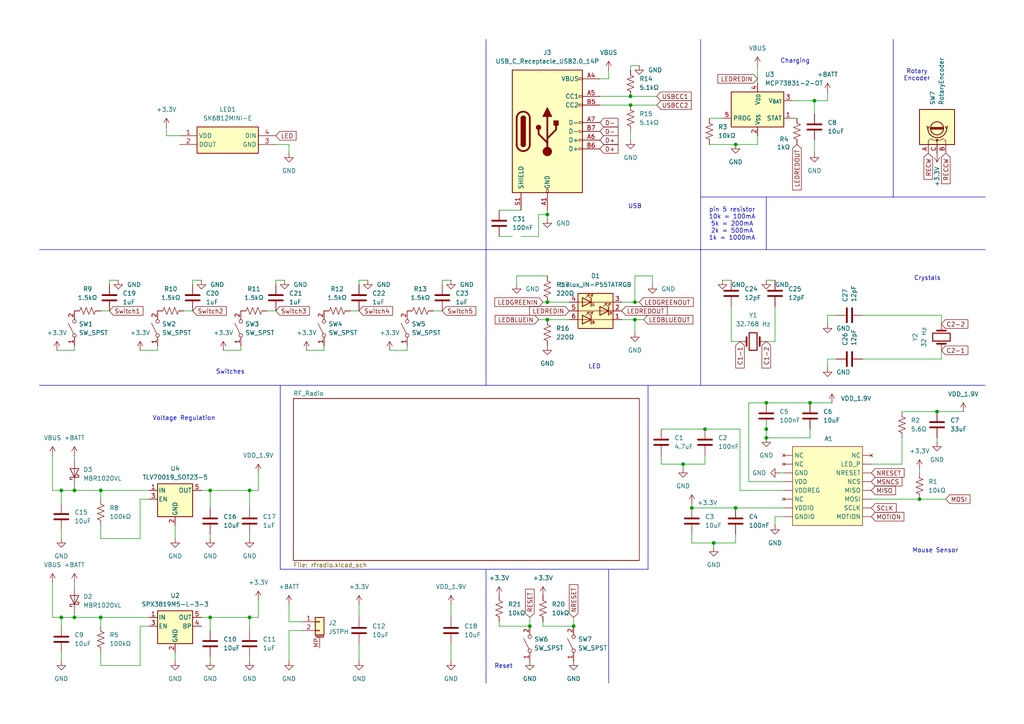
<source format=kicad_sch>
(kicad_sch (version 20250114) (generator "eeschema") (generator_version "9.0")
  (paper "A4")
  (title_block (title "beat") (rev "v1") (company "aerogull"))
  (text "Crystals" (at 268.986 80.772 0) (effects (font (size 1.27 1.27))))
  (text "Mouse Sensor" (at 271.272 159.766 0) (effects (font (size 1.27 1.27))))
  (text "LED" (at 172.466 106.426 0) (effects (font (size 1.27 1.27))))
  (text "Reset" (at 146.05 193.294 0) (effects (font (size 1.27 1.27))))
  (text "Voltage Regulation" (at 53.34 121.412 0) (effects (font (size 1.27 1.27))))
  (text "Charging" (at 230.632 17.78 0) (effects (font (size 1.27 1.27))))
  (text "Switches" (at 66.802 107.95 0) (effects (font (size 1.27 1.27))))
  (text "USB" (at 184.15 59.944 0) (effects (font (size 1.27 1.27))))
  (text "Rotary\nEncoder" (at 265.938 21.844 0) (effects (font (size 1.27 1.27))))
  (text "pin 5 resistor\n10k = 100mA\n5k = 200mA\n2k = 500mA\n1k = 1000mA" (at 212.344 65.024 0) (effects (font (size 1.27 1.27))))
  (junction (at 213.36 41.91))
  (junction (at 153.67 181.61))
  (junction (at 184.15 87.63))
  (junction (at 29.21 142.24))
  (junction (at 158.75 87.63))
  (junction (at 60.96 142.24))
  (junction (at 207.01 157.48))
  (junction (at 222.25 127))
  (junction (at 184.15 92.71))
  (junction (at 158.75 92.71))
  (junction (at 158.75 62.23))
  (junction (at 213.36 147.32))
  (junction (at 234.95 116.84))
  (junction (at 72.39 142.24))
  (junction (at 222.25 116.84))
  (junction (at 21.59 179.07))
  (junction (at 200.66 147.32))
  (junction (at 222.25 124.46))
  (junction (at 17.78 179.07))
  (junction (at 182.88 27.94))
  (junction (at 21.59 142.24))
  (junction (at 60.96 179.07))
  (junction (at 72.39 179.07))
  (junction (at 236.22 29.21))
  (junction (at 198.12 134.62))
  (junction (at 182.88 30.48))
  (junction (at 271.78 119.38))
  (junction (at 29.21 179.07))
  (junction (at 17.78 142.24))
  (junction (at 266.7 144.78))
  (junction (at 204.47 124.46))
  (junction (at 166.37 181.61))
  (wire (pts (xy 213.36 147.32) (xy 227.33 147.32)))
  (wire (pts (xy 104.14 81.28) (xy 104.14 82.55)))
  (wire (pts (xy 72.39 154.94) (xy 72.39 156.21)))
  (wire (pts (xy 156.21 62.23) (xy 158.75 62.23)))
  (wire (pts (xy 45.72 100.33) (xy 45.72 101.6)))
  (wire (pts (xy 16.51 101.6) (xy 21.59 101.6)))
  (wire (pts (xy 113.03 101.6) (xy 118.11 101.6)))
  (wire (pts (xy 101.6 90.17) (xy 104.14 90.17)))
  (wire (pts (xy 212.09 99.06) (xy 214.63 99.06)))
  (polyline (pts (xy 203.2 72.39) (xy 285.75 72.39)))
  (wire (pts (xy 191.77 124.46) (xy 204.47 124.46)))
  (wire (pts (xy 72.39 179.07) (xy 74.93 179.07)))
  (wire (pts (xy 29.21 142.24) (xy 29.21 144.78)))
  (wire (pts (xy 74.93 173.99) (xy 74.93 179.07)))
  (wire (pts (xy 273.05 104.14) (xy 273.05 101.6)))
  (wire (pts (xy 40.64 181.61) (xy 43.18 181.61)))
  (wire (pts (xy 227.33 139.7) (xy 217.17 139.7)))
  (wire (pts (xy 200.66 147.32) (xy 213.36 147.32)))
  (wire (pts (xy 80.01 81.28) (xy 80.01 82.55)))
  (wire (pts (xy 40.64 156.21) (xy 40.64 144.78)))
  (wire (pts (xy 69.85 100.33) (xy 69.85 101.6)))
  (wire (pts (xy 166.37 179.07) (xy 166.37 181.61)))
  (wire (pts (xy 180.34 87.63) (xy 184.15 87.63)))
  (wire (pts (xy 158.75 87.63) (xy 165.1 87.63)))
  (wire (pts (xy 60.96 179.07) (xy 60.96 182.88)))
  (wire (pts (xy 173.99 30.48) (xy 182.88 30.48)))
  (wire (pts (xy 21.59 179.07) (xy 29.21 179.07)))
  (wire (pts (xy 224.79 149.86) (xy 224.79 152.4)))
  (wire (pts (xy 200.66 157.48) (xy 207.01 157.48)))
  (polyline (pts (xy 203.2 11.43) (xy 203.2 72.39)))
  (wire (pts (xy 153.67 179.07) (xy 153.67 181.61)))
  (wire (pts (xy 125.73 90.17) (xy 128.27 90.17)))
  (polyline (pts (xy 203.2 72.39) (xy 203.2 111.76)))
  (wire (pts (xy 21.59 140.97) (xy 21.59 142.24)))
  (wire (pts (xy 149.86 80.01) (xy 158.75 80.01)))
  (wire (pts (xy 72.39 142.24) (xy 74.93 142.24)))
  (wire (pts (xy 58.42 179.07) (xy 60.96 179.07)))
  (wire (pts (xy 156.21 92.71) (xy 158.75 92.71)))
  (wire (pts (xy 271.78 119.38) (xy 279.4 119.38)))
  (wire (pts (xy 15.24 168.91) (xy 15.24 179.07)))
  (wire (pts (xy 242.57 91.44) (xy 240.03 91.44)))
  (wire (pts (xy 52.07 39.37) (xy 48.26 39.37)))
  (wire (pts (xy 60.96 142.24) (xy 72.39 142.24)))
  (polyline (pts (xy 140.97 11.43) (xy 140.97 72.39)))
  (wire (pts (xy 130.81 175.26) (xy 130.81 179.07)))
  (wire (pts (xy 83.82 41.91) (xy 83.82 44.45)))
  (wire (pts (xy 83.82 180.34) (xy 87.63 180.34)))
  (wire (pts (xy 118.11 100.33) (xy 118.11 101.6)))
  (wire (pts (xy 17.78 189.23) (xy 17.78 191.77)))
  (polyline (pts (xy 259.08 57.15) (xy 285.75 57.15)))
  (wire (pts (xy 21.59 177.8) (xy 21.59 179.07)))
  (wire (pts (xy 104.14 175.26) (xy 104.14 179.07)))
  (wire (pts (xy 271.78 127) (xy 271.78 128.27)))
  (wire (pts (xy 209.55 81.28) (xy 212.09 81.28)))
  (wire (pts (xy 29.21 142.24) (xy 43.18 142.24)))
  (wire (pts (xy 222.25 121.92) (xy 222.25 124.46)))
  (wire (pts (xy 29.21 90.17) (xy 31.75 90.17)))
  (wire (pts (xy 15.24 132.08) (xy 15.24 142.24)))
  (wire (pts (xy 58.42 142.24) (xy 60.96 142.24)))
  (wire (pts (xy 21.59 101.6) (xy 21.59 100.33)))
  (wire (pts (xy 77.47 90.17) (xy 80.01 90.17)))
  (wire (pts (xy 156.21 68.58) (xy 156.21 62.23)))
  (wire (pts (xy 219.71 19.05) (xy 219.71 24.13)))
  (wire (pts (xy 29.21 156.21) (xy 40.64 156.21)))
  (polyline (pts (xy 81.28 165.1) (xy 163.83 165.1)))
  (wire (pts (xy 158.75 60.96) (xy 158.75 62.23)))
  (wire (pts (xy 157.48 180.34) (xy 157.48 181.61)))
  (wire (pts (xy 17.78 179.07) (xy 17.78 181.61)))
  (wire (pts (xy 224.79 99.06) (xy 222.25 99.06)))
  (wire (pts (xy 21.59 142.24) (xy 29.21 142.24)))
  (wire (pts (xy 31.75 81.28) (xy 34.29 81.28)))
  (wire (pts (xy 17.78 142.24) (xy 21.59 142.24)))
  (wire (pts (xy 185.42 19.05) (xy 182.88 19.05)))
  (wire (pts (xy 158.75 62.23) (xy 158.75 63.5)))
  (wire (pts (xy 72.39 179.07) (xy 72.39 182.88)))
  (wire (pts (xy 240.03 104.14) (xy 240.03 106.68)))
  (wire (pts (xy 83.82 180.34) (xy 83.82 175.26)))
  (wire (pts (xy 29.21 179.07) (xy 43.18 179.07)))
  (wire (pts (xy 130.81 186.69) (xy 130.81 191.77)))
  (wire (pts (xy 158.75 92.71) (xy 165.1 92.71)))
  (wire (pts (xy 184.15 92.71) (xy 186.69 92.71)))
  (wire (pts (xy 222.25 127) (xy 234.95 127)))
  (wire (pts (xy 17.78 142.24) (xy 17.78 146.05)))
  (wire (pts (xy 88.9 101.6) (xy 93.98 101.6)))
  (polyline (pts (xy 222.25 57.15) (xy 222.25 72.39)))
  (wire (pts (xy 222.25 116.84) (xy 234.95 116.84)))
  (wire (pts (xy 106.68 81.28) (xy 104.14 81.28)))
  (wire (pts (xy 149.86 82.55) (xy 149.86 80.01)))
  (wire (pts (xy 222.25 124.46) (xy 222.25 127)))
  (wire (pts (xy 250.19 91.44) (xy 273.05 91.44)))
  (wire (pts (xy 58.42 81.28) (xy 55.88 81.28)))
  (wire (pts (xy 21.59 132.08) (xy 21.59 133.35)))
  (wire (pts (xy 40.64 144.78) (xy 43.18 144.78)))
  (wire (pts (xy 234.95 116.84) (xy 241.3 116.84)))
  (polyline (pts (xy 187.96 111.76) (xy 285.75 111.76)))
  (polyline (pts (xy 140.97 72.39) (xy 140.97 111.76)))
  (wire (pts (xy 144.78 60.96) (xy 151.13 60.96)))
  (wire (pts (xy 60.96 142.24) (xy 60.96 147.32)))
  (wire (pts (xy 50.8 152.4) (xy 50.8 156.21)))
  (polyline (pts (xy 187.96 165.1) (xy 187.96 111.76)))
  (polyline (pts (xy 140.97 198.12) (xy 140.97 165.1)))
  (wire (pts (xy 252.73 134.62) (xy 261.62 134.62)))
  (wire (pts (xy 227.33 149.86) (xy 224.79 149.86)))
  (wire (pts (xy 273.05 91.44) (xy 273.05 93.98)))
  (wire (pts (xy 17.78 179.07) (xy 21.59 179.07)))
  (wire (pts (xy 191.77 132.08) (xy 191.77 134.62)))
  (wire (pts (xy 182.88 19.05) (xy 182.88 20.32)))
  (wire (pts (xy 74.93 137.16) (xy 74.93 142.24)))
  (wire (pts (xy 173.99 27.94) (xy 182.88 27.94)))
  (wire (pts (xy 29.21 152.4) (xy 29.21 156.21)))
  (wire (pts (xy 213.36 154.94) (xy 213.36 157.48)))
  (polyline (pts (xy 176.53 165.1) (xy 176.53 198.12)))
  (wire (pts (xy 240.03 29.21) (xy 240.03 26.67)))
  (wire (pts (xy 184.15 87.63) (xy 185.42 87.63)))
  (wire (pts (xy 176.53 22.86) (xy 176.53 20.32)))
  (wire (pts (xy 240.03 91.44) (xy 240.03 93.98)))
  (wire (pts (xy 60.96 154.94) (xy 60.96 156.21)))
  (polyline (pts (xy 203.2 57.15) (xy 259.08 57.15)))
  (wire (pts (xy 53.34 90.17) (xy 55.88 90.17)))
  (wire (pts (xy 204.47 134.62) (xy 204.47 132.08)))
  (wire (pts (xy 217.17 139.7) (xy 217.17 116.84)))
  (wire (pts (xy 157.48 181.61) (xy 166.37 181.61)))
  (wire (pts (xy 191.77 134.62) (xy 198.12 134.62)))
  (wire (pts (xy 200.66 154.94) (xy 200.66 157.48)))
  (polyline (pts (xy 163.83 165.1) (xy 187.96 165.1)))
  (wire (pts (xy 236.22 40.64) (xy 236.22 44.45)))
  (wire (pts (xy 182.88 27.94) (xy 190.5 27.94)))
  (wire (pts (xy 144.78 180.34) (xy 144.78 181.61)))
  (wire (pts (xy 48.26 39.37) (xy 48.26 36.83)))
  (polyline (pts (xy 163.83 111.76) (xy 187.96 111.76)))
  (wire (pts (xy 83.82 182.88) (xy 87.63 182.88)))
  (wire (pts (xy 64.77 101.6) (xy 69.85 101.6)))
  (wire (pts (xy 72.39 190.5) (xy 72.39 191.77)))
  (wire (pts (xy 184.15 87.63) (xy 184.15 80.01)))
  (wire (pts (xy 128.27 81.28) (xy 128.27 82.55)))
  (wire (pts (xy 104.14 186.69) (xy 104.14 191.77)))
  (wire (pts (xy 151.13 68.58) (xy 156.21 68.58)))
  (polyline (pts (xy 11.43 72.39) (xy 140.97 72.39)))
  (wire (pts (xy 60.96 179.07) (xy 72.39 179.07)))
  (wire (pts (xy 236.22 29.21) (xy 240.03 29.21)))
  (wire (pts (xy 234.95 127) (xy 234.95 124.46)))
  (wire (pts (xy 219.71 41.91) (xy 213.36 41.91)))
  (wire (pts (xy 224.79 88.9) (xy 224.79 99.06)))
  (wire (pts (xy 144.78 181.61) (xy 153.67 181.61)))
  (wire (pts (xy 198.12 134.62) (xy 198.12 135.89)))
  (wire (pts (xy 31.75 81.28) (xy 31.75 82.55)))
  (wire (pts (xy 83.82 182.88) (xy 83.82 191.77)))
  (wire (pts (xy 226.06 137.16) (xy 227.33 137.16)))
  (wire (pts (xy 222.25 81.28) (xy 224.79 81.28)))
  (polyline (pts (xy 81.28 111.76) (xy 163.83 111.76)))
  (wire (pts (xy 214.63 124.46) (xy 204.47 124.46)))
  (wire (pts (xy 214.63 142.24) (xy 214.63 124.46)))
  (wire (pts (xy 29.21 179.07) (xy 29.21 181.61)))
  (wire (pts (xy 40.64 193.04) (xy 40.64 181.61)))
  (wire (pts (xy 261.62 119.38) (xy 271.78 119.38)))
  (wire (pts (xy 209.55 34.29) (xy 205.74 34.29)))
  (wire (pts (xy 213.36 41.91) (xy 205.74 41.91)))
  (polyline (pts (xy 140.97 72.39) (xy 203.2 72.39)))
  (wire (pts (xy 182.88 38.1) (xy 182.88 40.64)))
  (wire (pts (xy 227.33 142.24) (xy 214.63 142.24)))
  (wire (pts (xy 236.22 29.21) (xy 236.22 33.02)))
  (wire (pts (xy 82.55 81.28) (xy 80.01 81.28)))
  (wire (pts (xy 184.15 92.71) (xy 184.15 96.52)))
  (wire (pts (xy 182.88 30.48) (xy 190.5 30.48)))
  (wire (pts (xy 17.78 153.67) (xy 17.78 156.21)))
  (wire (pts (xy 250.19 104.14) (xy 273.05 104.14)))
  (wire (pts (xy 80.01 41.91) (xy 83.82 41.91)))
  (polyline (pts (xy 259.08 11.43) (xy 259.08 57.15)))
  (wire (pts (xy 40.64 101.6) (xy 45.72 101.6)))
  (wire (pts (xy 93.98 101.6) (xy 93.98 100.33)))
  (wire (pts (xy 144.78 68.58) (xy 148.59 68.58)))
  (wire (pts (xy 50.8 189.23) (xy 50.8 191.77)))
  (wire (pts (xy 184.15 80.01) (xy 189.23 80.01)))
  (wire (pts (xy 173.99 22.86) (xy 176.53 22.86)))
  (wire (pts (xy 180.34 92.71) (xy 184.15 92.71)))
  (wire (pts (xy 261.62 127) (xy 261.62 134.62)))
  (wire (pts (xy 231.14 34.29) (xy 229.87 34.29)))
  (wire (pts (xy 217.17 116.84) (xy 222.25 116.84)))
  (wire (pts (xy 60.96 190.5) (xy 60.96 191.77)))
  (wire (pts (xy 207.01 157.48) (xy 213.36 157.48)))
  (wire (pts (xy 29.21 189.23) (xy 29.21 193.04)))
  (wire (pts (xy 212.09 88.9) (xy 212.09 99.06)))
  (wire (pts (xy 189.23 80.01) (xy 189.23 82.55)))
  (wire (pts (xy 240.03 104.14) (xy 242.57 104.14)))
  (wire (pts (xy 198.12 134.62) (xy 204.47 134.62)))
  (wire (pts (xy 229.87 29.21) (xy 236.22 29.21)))
  (wire (pts (xy 207.01 157.48) (xy 207.01 158.75)))
  (polyline (pts (xy 81.28 111.76) (xy 81.28 165.1)))
  (wire (pts (xy 15.24 142.24) (xy 17.78 142.24)))
  (wire (pts (xy 266.7 144.78) (xy 274.32 144.78)))
  (wire (pts (xy 29.21 193.04) (xy 40.64 193.04)))
  (wire (pts (xy 219.71 39.37) (xy 219.71 41.91)))
  (polyline (pts (xy 11.43 111.76) (xy 81.28 111.76)))
  (wire (pts (xy 266.7 135.89) (xy 266.7 137.16)))
  (wire (pts (xy 21.59 170.18) (xy 21.59 168.91)))
  (wire (pts (xy 15.24 179.07) (xy 17.78 179.07)))
  (wire (pts (xy 55.88 81.28) (xy 55.88 82.55)))
  (wire (pts (xy 72.39 142.24) (xy 72.39 147.32)))
  (wire (pts (xy 157.48 87.63) (xy 158.75 87.63)))
  (wire (pts (xy 200.66 146.05) (xy 200.66 147.32)))
  (wire (pts (xy 252.73 144.78) (xy 266.7 144.78)))
  (wire (pts (xy 130.81 81.28) (xy 128.27 81.28)))
  (global_label "D-" (shape input) (at 173.99 38.1 0) (property "Intersheetrefs" "${INTERSHEET_REFS}" (effects (hide yes))))
  (global_label "LEDREDIN" (shape input) (at 219.71 22.86 180) (property "Intersheetrefs" "${INTERSHEET_REFS}" (effects (hide yes))))
  (global_label "LEDGREENIN" (shape input) (at 157.48 87.63 180) (property "Intersheetrefs" "${INTERSHEET_REFS}" (effects (hide yes))))
  (global_label "LEDREDOUT" (shape input) (at 180.34 90.17 0) (property "Intersheetrefs" "${INTERSHEET_REFS}" (effects (hide yes))))
  (global_label "D+" (shape input) (at 173.99 40.64 0) (property "Intersheetrefs" "${INTERSHEET_REFS}" (effects (hide yes))))
  (global_label "C1-1" (shape input) (at 214.63 99.06 270) (property "Intersheetrefs" "${INTERSHEET_REFS}" (effects (hide yes))))
  (global_label "LEDREDOUT" (shape input) (at 231.14 41.91 270) (property "Intersheetrefs" "${INTERSHEET_REFS}" (effects (hide yes))))
  (global_label "Switch4" (shape input) (at 104.14 90.17 0) (property "Intersheetrefs" "${INTERSHEET_REFS}" (effects (hide yes))))
  (global_label "NRESET" (shape input) (at 166.37 179.07 90) (property "Intersheetrefs" "${INTERSHEET_REFS}" (effects (hide yes))))
  (global_label "Switch2" (shape input) (at 55.88 90.17 0) (property "Intersheetrefs" "${INTERSHEET_REFS}" (effects (hide yes))))
  (global_label "NRESET" (shape input) (at 252.73 137.16 0) (property "Intersheetrefs" "${INTERSHEET_REFS}" (effects (hide yes))))
  (global_label "D+" (shape input) (at 173.99 43.18 0) (property "Intersheetrefs" "${INTERSHEET_REFS}" (effects (hide yes))))
  (global_label "Switch1" (shape input) (at 31.75 90.17 0) (property "Intersheetrefs" "${INTERSHEET_REFS}" (effects (hide yes))))
  (global_label "C2-2" (shape input) (at 273.05 93.98 0) (property "Intersheetrefs" "${INTERSHEET_REFS}" (effects (hide yes))))
  (global_label "MOTION" (shape input) (at 252.73 149.86 0) (property "Intersheetrefs" "${INTERSHEET_REFS}" (effects (hide yes))))
  (global_label "C1-2" (shape input) (at 222.25 99.06 270) (property "Intersheetrefs" "${INTERSHEET_REFS}" (effects (hide yes))))
  (global_label "MSNCS" (shape input) (at 252.73 139.7 0) (property "Intersheetrefs" "${INTERSHEET_REFS}" (effects (hide yes))))
  (global_label "USBCC1" (shape input) (at 190.5 27.94 0) (property "Intersheetrefs" "${INTERSHEET_REFS}" (effects (hide yes))))
  (global_label "RECW" (shape input) (at 269.24 44.45 270) (property "Intersheetrefs" "${INTERSHEET_REFS}" (effects (hide yes))))
  (global_label "MISO" (shape input) (at 252.73 142.24 0) (property "Intersheetrefs" "${INTERSHEET_REFS}" (effects (hide yes))))
  (global_label "MOSI" (shape input) (at 274.32 144.78 0) (property "Intersheetrefs" "${INTERSHEET_REFS}" (effects (hide yes))))
  (global_label "LEDBLUEIN" (shape input) (at 156.21 92.71 180) (property "Intersheetrefs" "${INTERSHEET_REFS}" (effects (hide yes))))
  (global_label "SCLK" (shape input) (at 252.73 147.32 0) (property "Intersheetrefs" "${INTERSHEET_REFS}" (effects (hide yes))))
  (global_label "C2-1" (shape input) (at 273.05 101.6 0) (property "Intersheetrefs" "${INTERSHEET_REFS}" (effects (hide yes))))
  (global_label "LEDGREENOUT" (shape input) (at 185.42 87.63 0) (property "Intersheetrefs" "${INTERSHEET_REFS}" (effects (hide yes))))
  (global_label "LED" (shape input) (at 80.01 39.37 0) (property "Intersheetrefs" "${INTERSHEET_REFS}" (effects (hide yes))))
  (global_label "LEDBLUEOUT" (shape input) (at 186.69 92.71 0) (property "Intersheetrefs" "${INTERSHEET_REFS}" (effects (hide yes))))
  (global_label "LEDREDIN" (shape input) (at 165.1 90.17 180) (property "Intersheetrefs" "${INTERSHEET_REFS}" (effects (hide yes))))
  (global_label "USBCC2" (shape input) (at 190.5 30.48 0) (property "Intersheetrefs" "${INTERSHEET_REFS}" (effects (hide yes))))
  (global_label "D-" (shape input) (at 173.99 35.56 0) (property "Intersheetrefs" "${INTERSHEET_REFS}" (effects (hide yes))))
  (global_label "RECCW" (shape input) (at 274.32 44.45 270) (property "Intersheetrefs" "${INTERSHEET_REFS}" (effects (hide yes))))
  (global_label "Switch5" (shape input) (at 128.27 90.17 0) (property "Intersheetrefs" "${INTERSHEET_REFS}" (effects (hide yes))))
  (global_label "Switch3" (shape input) (at 80.01 90.17 0) (property "Intersheetrefs" "${INTERSHEET_REFS}" (effects (hide yes))))
  (global_label "RESET" (shape input) (at 153.67 179.07 90) (property "Intersheetrefs" "${INTERSHEET_REFS}" (effects (hide yes))))
  (symbol (lib_id "power:+BATT") (at 21.59 132.08 0) (unit 1)
    (property "Reference" "#PWR037" (effects (hide yes)))
    (property "Value" "+BATT" (at 21.59 127 0))
    (property "Description" "Power symbol creates a global label with name \"+BATT\"" (effects (hide yes)))
  )
  (symbol (lib_id "Connector_Generic_MountingPin:Conn_01x02_MountingPin") (at 92.71 180.34 0) (unit 1)
    (property "Reference" "J2" (at 95.25 180.6955 0) (effects (justify left)))
    (property "Value" "JSTPH" (at 95.25 183.2355 0) (effects (justify left)))
    (property "Description" "Generic connectable mounting pin connector, single row, 01x02, script generated (kicad-library-utils/schlib/autogen/connector/)" (effects (hide yes)))
  )
  (symbol (lib_id "Device:R_US") (at 121.92 90.17 90) (unit 1)
    (property "Reference" "R13" (at 121.92 83.82 90))
    (property "Value" "1.5kΩ" (at 121.92 86.36 90))
    (property "Description" "Resistor, US symbol" (effects (hide yes)))
  )
  (symbol (lib_id "power:GND") (at 182.88 40.64 0) (unit 1)
    (property "Reference" "#PWR057" (effects (hide yes)))
    (property "Value" "GND" (at 182.88 45.72 0))
    (property "Description" "Power symbol creates a global label with name \"GND\" , ground" (effects (hide yes)))
  )
  (symbol (lib_id "power:GND") (at 60.96 156.21 0) (unit 1)
    (property "Reference" "#PWR038" (effects (hide yes)))
    (property "Value" "GND" (at 60.96 161.29 0))
    (property "Description" "Power symbol creates a global label with name \"GND\" , ground" (effects (hide yes)))
  )
  (symbol (lib_id "Device:C") (at 72.39 151.13 0) (unit 1)
    (property "Reference" "C17" (at 76.2 149.8599 0) (effects (justify left)))
    (property "Value" "1uF" (at 76.2 152.3999 0) (effects (justify left)))
    (property "Description" "Unpolarized capacitor" (effects (hide yes)))
  )
  (symbol (lib_id "power:+3.3V") (at 48.26 36.83 0) (unit 1)
    (property "Reference" "#PWR082" (effects (hide yes)))
    (property "Value" "+3.3V" (at 48.26 31.75 0))
    (property "Description" "Power symbol creates a global label with name \"+3.3V\"" (effects (hide yes)))
  )
  (symbol (lib_id "power:GND") (at 83.82 44.45 0) (unit 1)
    (property "Reference" "#PWR083" (effects (hide yes)))
    (property "Value" "GND" (at 83.82 49.53 0))
    (property "Description" "Power symbol creates a global label with name \"GND\" , ground" (effects (hide yes)))
  )
  (symbol (lib_id "Custom:SK6812MINI-E") (at 52.07 39.37 0) (unit 1)
    (property "Reference" "LED1" (at 66.04 31.75 0))
    (property "Value" "SK6812MINI-E" (at 66.04 34.29 0))
    (property "Footprint" "SK6812MINIE" (effects (hide yes)))
    (property "Datasheet" "http://yushakobo.jp/ds/YS-SK6812MINI-E.pdf" (effects (hide yes)))
    (property "Description" "3.2x2.8x1.78 mm 0.2W Intelligent external control surface mount SMD LED (MSL:5a)" (effects (hide yes)))
    (property "Height" "1.88" (effects (hide yes)))
    (property "Manufacturer_Name" "Yellow Stone Corp." (effects (hide yes)))
    (property "Manufacturer_Part_Number" "SK6812MINI-E" (effects (hide yes)))
  )
  (symbol (lib_id "power:GND") (at 222.25 81.28 0) (unit 1)
    (property "Reference" "#PWR066" (effects (hide yes)))
    (property "Value" "GND" (at 224.79 82.5499 0) (effects (justify left)))
    (property "Description" "Power symbol creates a global label with name \"GND\" , ground" (effects (hide yes)))
  )
  (symbol (lib_id "power:GND") (at 153.67 191.77 0) (unit 1)
    (property "Reference" "#PWR029" (effects (hide yes)))
    (property "Value" "GND" (at 153.67 196.85 0))
    (property "Description" "Power symbol creates a global label with name \"GND\" , ground" (effects (hide yes)))
  )
  (symbol (lib_id "Device:C") (at 222.25 120.65 0) (unit 1)
    (property "Reference" "C5" (at 226.06 119.3799 0) (effects (justify left)))
    (property "Value" "100nF" (at 226.06 121.9199 0) (effects (justify left)))
    (property "Description" "Unpolarized capacitor" (effects (hide yes)))
  )
  (symbol (lib_id "Regulator_Linear:TLV70019_SOT23-5") (at 50.8 144.78 0) (unit 1)
    (property "Reference" "U4" (at 50.8 135.89 0))
    (property "Value" "TLV70019_SOT23-5" (at 50.8 138.43 0))
    (property "Footprint" "Package_TO_SOT_SMD:SOT-23-5" (effects (hide yes)))
    (property "Datasheet" "http://www.ti.com/lit/ds/symlink/tlv700.pdf" (effects (hide yes)))
    (property "Description" "200mA Low Dropout Voltage Regulator, Fixed Output 1.9V, SOT-23-5" (effects (hide yes)))
  )
  (symbol (lib_id "Switch:SW_SPST") (at 69.85 95.25 90) (unit 1)
    (property "Reference" "SW3" (at 71.12 93.9799 90) (effects (justify right)))
    (property "Value" "SW_SPST" (at 71.12 96.5199 90) (effects (justify right)))
    (property "Description" "Single Pole Single Throw (SPST) switch" (effects (hide yes)))
  )
  (symbol (lib_id "Switch:SW_SPST") (at 93.98 95.25 90) (unit 1)
    (property "Reference" "SW4" (at 95.25 93.9799 90) (effects (justify right)))
    (property "Value" "SW_SPST" (at 95.25 96.5199 90) (effects (justify right)))
    (property "Description" "Single Pole Single Throw (SPST) switch" (effects (hide yes)))
  )
  (symbol (lib_id "Device:C") (at 104.14 86.36 0) (unit 1)
    (property "Reference" "C22" (at 107.95 85.0899 0) (effects (justify left)))
    (property "Value" "1uF" (at 107.95 87.6299 0) (effects (justify left)))
    (property "Description" "Unpolarized capacitor" (effects (hide yes)))
  )
  (symbol (lib_id "custom-mouse-symbols:PAW3395") (at 240.03 142.24 0) (unit 1)
    (property "Reference" "A1" (at 240.284 127.254 0))
    (property "Value" "~" (at 240.03 127 0))
  )
  (symbol (lib_id "Device:C") (at 104.14 182.88 0) (unit 1)
    (property "Reference" "C12" (at 107.95 181.6099 0) (effects (justify left)))
    (property "Value" "10uF" (at 107.95 184.1499 0) (effects (justify left)))
    (property "Description" "Unpolarized capacitor" (effects (hide yes)))
  )
  (symbol (lib_id "power:GND") (at 58.42 81.28 0) (unit 1)
    (property "Reference" "#PWR047" (effects (hide yes)))
    (property "Value" "GND" (at 60.96 82.5499 0) (effects (justify left)))
    (property "Description" "Power symbol creates a global label with name \"GND\" , ground" (effects (hide yes)))
  )
  (symbol (lib_id "power:+3.3V") (at 64.77 101.6 0) (unit 1)
    (property "Reference" "#PWR048" (effects (hide yes)))
    (property "Value" "+3.3V" (at 64.77 96.52 0))
    (property "Description" "Power symbol creates a global label with name \"+3.3V\"" (effects (hide yes)))
  )
  (symbol (lib_id "power:+3.3V") (at 104.14 175.26 0) (unit 1)
    (property "Reference" "#PWR027" (effects (hide yes)))
    (property "Value" "+3.3V" (at 104.14 170.18 0))
    (property "Description" "Power symbol creates a global label with name \"+3.3V\"" (effects (hide yes)))
  )
  (symbol (lib_id "Device:R_US") (at 49.53 90.17 90) (unit 1)
    (property "Reference" "R10" (at 49.53 83.82 90))
    (property "Value" "1.5kΩ" (at 49.53 86.36 90))
    (property "Description" "Resistor, US symbol" (effects (hide yes)))
  )
  (symbol (lib_id "Device:C") (at 60.96 186.69 0) (unit 1)
    (property "Reference" "C10" (at 64.77 185.4199 0) (effects (justify left)))
    (property "Value" "10uF" (at 64.77 187.9599 0) (effects (justify left)))
    (property "Description" "Unpolarized capacitor" (effects (hide yes)))
  )
  (symbol (lib_id "Device:C") (at 72.39 186.69 0) (unit 1)
    (property "Reference" "C11" (at 76.2 185.4199 0) (effects (justify left)))
    (property "Value" "1uF" (at 76.2 187.9599 0) (effects (justify left)))
    (property "Description" "Unpolarized capacitor" (effects (hide yes)))
  )
  (symbol (lib_id "Connector:USB_C_Receptacle_USB2.0_14P") (at 158.75 38.1 0) (unit 1)
    (property "Reference" "J3" (at 158.75 15.24 0))
    (property "Value" "USB_C_Receptacle_USB2.0_14P" (at 158.75 17.78 0))
    (property "Datasheet" "https://www.usb.org/sites/default/files/documents/usb_type-c.zip" (effects (hide yes)))
    (property "Description" "USB 2.0-only 14P Type-C Receptacle connector" (effects (hide yes)))
  )
  (symbol (lib_id "power:GND") (at 106.68 81.28 0) (unit 1)
    (property "Reference" "#PWR051" (effects (hide yes)))
    (property "Value" "GND" (at 109.22 82.5499 0) (effects (justify left)))
    (property "Description" "Power symbol creates a global label with name \"GND\" , ground" (effects (hide yes)))
  )
  (symbol (lib_id "Device:R_US") (at 182.88 34.29 180) (unit 1)
    (property "Reference" "R15" (at 185.42 33.0199 0) (effects (justify right)))
    (property "Value" "5.1kΩ" (at 185.42 35.5599 0) (effects (justify right)))
    (property "Description" "Resistor, US symbol" (effects (hide yes)))
  )
  (symbol (lib_id "power:GND") (at 236.22 44.45 0) (unit 1)
    (property "Reference" "#PWR016" (effects (hide yes)))
    (property "Value" "GND" (at 236.22 49.53 0))
    (property "Description" "Power symbol creates a global label with name \"GND\" , ground" (effects (hide yes)))
  )
  (symbol (lib_id "Device:R_US") (at 266.7 140.97 0) (unit 1)
    (property "Reference" "R1" (at 269.24 139.6999 0) (effects (justify left)))
    (property "Value" "10kΩ" (at 269.24 142.2399 0) (effects (justify left)))
    (property "Description" "Resistor, US symbol" (effects (hide yes)))
  )
  (symbol (lib_id "Device:C") (at 144.78 64.77 0) (unit 1)
    (property "Reference" "C31" (at 148.59 63.4999 0) (effects (justify left)))
    (property "Value" "100nF" (at 148.59 66.0399 0) (effects (justify left)))
    (property "Description" "Unpolarized capacitor" (effects (hide yes)))
  )
  (symbol (lib_id "power:VBUS") (at 176.53 20.32 0) (unit 1)
    (property "Reference" "#PWR056" (effects (hide yes)))
    (property "Value" "VBUS" (at 176.53 15.24 0))
    (property "Description" "Power symbol creates a global label with name \"VBUS\"" (effects (hide yes)))
  )
  (symbol (lib_id "Device:R_US") (at 157.48 176.53 180) (unit 1)
    (property "Reference" "R20" (at 160.02 175.2599 0) (effects (justify right)))
    (property "Value" "10kΩ" (at 160.02 177.7999 0) (effects (justify right)))
    (property "Description" "Resistor, US symbol" (effects (hide yes)))
  )
  (symbol (lib_id "Switch:SW_SPST") (at 21.59 95.25 90) (unit 1)
    (property "Reference" "SW1" (at 22.86 93.9799 90) (effects (justify right)))
    (property "Value" "SW_SPST" (at 22.86 96.5199 90) (effects (justify right)))
    (property "Description" "Single Pole Single Throw (SPST) switch" (effects (hide yes)))
  )
  (symbol (lib_id "power:+3.3V") (at 88.9 101.6 0) (unit 1)
    (property "Reference" "#PWR050" (effects (hide yes)))
    (property "Value" "+3.3V" (at 88.9 96.52 0))
    (property "Description" "Power symbol creates a global label with name \"+3.3V\"" (effects (hide yes)))
  )
  (symbol (lib_id "power:VDD") (at 130.81 175.26 0) (unit 1)
    (property "Reference" "#PWR042" (effects (hide yes)))
    (property "Value" "VDD_1.9V" (at 130.81 170.18 0))
    (property "Description" "Power symbol creates a global label with name \"VDD\"" (effects (hide yes)))
  )
  (symbol (lib_id "power:GND") (at 158.75 63.5 0) (unit 1)
    (property "Reference" "#PWR055" (effects (hide yes)))
    (property "Value" "GND" (at 161.29 64.7699 0) (effects (justify left)))
    (property "Description" "Power symbol creates a global label with name \"GND\" , ground" (effects (hide yes)))
  )
  (symbol (lib_id "Device:R_US") (at 158.75 83.82 180) (unit 1)
    (property "Reference" "R17" (at 161.29 82.5499 0) (effects (justify right)))
    (property "Value" "220Ω" (at 161.29 85.0899 0) (effects (justify right)))
    (property "Description" "Resistor, US symbol" (effects (hide yes)))
  )
  (symbol (lib_id "power:GND") (at 240.03 106.68 0) (unit 1)
    (property "Reference" "#PWR067" (effects (hide yes)))
    (property "Value" "GND" (at 242.57 107.9499 0) (effects (justify left)))
    (property "Description" "Power symbol creates a global label with name \"GND\" , ground" (effects (hide yes)))
  )
  (symbol (lib_id "Device:C") (at 224.79 85.09 0) (unit 1)
    (property "Reference" "C25" (at 228.6 83.8199 0) (effects (justify left)))
    (property "Value" "12pF" (at 228.6 86.3599 0) (effects (justify left)))
    (property "Description" "Unpolarized capacitor" (effects (hide yes)))
  )
  (symbol (lib_id "Diode:MBR1020VL") (at 21.59 173.99 90) (unit 1)
    (property "Reference" "D2" (at 24.13 173.0374 90) (effects (justify right)))
    (property "Value" "MBR1020VL" (at 24.13 175.5774 90) (effects (justify right)))
    (property "Footprint" "Diode_SMD:D_SOD-123F" (effects (hide yes)))
    (property "Datasheet" "https://www.onsemi.com/pub/Collateral/MBR1020VL-D.PDF" (effects (hide yes)))
    (property "Description" "20V, 1A, 340 mV, Schottky Diode Rectifier, SOD-123F" (effects (hide yes)))
  )
  (symbol (lib_id "power:GND") (at 17.78 191.77 0) (unit 1)
    (property "Reference" "#PWR019" (effects (hide yes)))
    (property "Value" "GND" (at 17.78 196.85 0))
    (property "Description" "Power symbol creates a global label with name \"GND\" , ground" (effects (hide yes)))
  )
  (symbol (lib_id "power:GND") (at 207.01 158.75 0) (unit 1)
    (property "Reference" "#PWR04" (effects (hide yes)))
    (property "Value" "GND" (at 207.01 163.83 0))
    (property "Description" "Power symbol creates a global label with name \"GND\" , ground" (effects (hide yes)))
  )
  (symbol (lib_id "Device:C") (at 234.95 120.65 0) (unit 1)
    (property "Reference" "C6" (at 238.76 119.3799 0) (effects (justify left)))
    (property "Value" "10uF" (at 238.76 121.9199 0) (effects (justify left)))
    (property "Description" "Unpolarized capacitor" (effects (hide yes)))
  )
  (symbol (lib_id "power:+3.3V") (at 271.78 44.45 180) (unit 1)
    (property "Reference" "#PWR054" (effects (hide yes)))
    (property "Value" "+3.3V" (at 271.7799 48.26 90) (effects (justify left)))
    (property "Description" "Power symbol creates a global label with name \"+3.3V\"" (effects (hide yes)))
  )
  (symbol (lib_id "power:+3.3V") (at 40.64 101.6 0) (unit 1)
    (property "Reference" "#PWR046" (effects (hide yes)))
    (property "Value" "+3.3V" (at 40.64 96.52 0))
    (property "Description" "Power symbol creates a global label with name \"+3.3V\"" (effects (hide yes)))
  )
  (symbol (lib_id "power:GND") (at 158.75 100.33 0) (unit 1)
    (property "Reference" "#PWR012" (effects (hide yes)))
    (property "Value" "GND" (at 158.75 105.41 0))
    (property "Description" "Power symbol creates a global label with name \"GND\" , ground" (effects (hide yes)))
  )
  (symbol (lib_id "power:GND") (at 104.14 191.77 0) (unit 1)
    (property "Reference" "#PWR026" (effects (hide yes)))
    (property "Value" "GND" (at 104.14 196.85 0))
    (property "Description" "Power symbol creates a global label with name \"GND\" , ground" (effects (hide yes)))
  )
  (symbol (lib_id "Device:RotaryEncoder") (at 271.78 36.83 90) (unit 1)
    (property "Reference" "SW7" (at 270.5099 30.48 0) (effects (justify left)))
    (property "Value" "RotaryEncoder" (at 273.0499 30.48 0) (effects (justify left)))
    (property "Description" "Rotary encoder, dual channel, incremental quadrate outputs" (effects (hide yes)))
  )
  (symbol (lib_id "Device:C") (at 246.38 104.14 90) (unit 1)
    (property "Reference" "C26" (at 245.1099 100.33 0) (effects (justify left)))
    (property "Value" "12pF" (at 247.6499 100.33 0) (effects (justify left)))
    (property "Description" "Unpolarized capacitor" (effects (hide yes)))
  )
  (symbol (lib_id "power:VDD") (at 74.93 137.16 0) (unit 1)
    (property "Reference" "#PWR041" (effects (hide yes)))
    (property "Value" "VDD_1.9V" (at 74.93 132.08 0))
    (property "Description" "Power symbol creates a global label with name \"VDD\"" (effects (hide yes)))
  )
  (symbol (lib_id "power:GND") (at 149.86 82.55 0) (unit 1)
    (property "Reference" "#PWR061" (effects (hide yes)))
    (property "Value" "GND" (at 152.4 83.8199 0) (effects (justify left)))
    (property "Description" "Power symbol creates a global label with name \"GND\" , ground" (effects (hide yes)))
  )
  (symbol (lib_id "Device:R_US") (at 29.21 148.59 0) (unit 1)
    (property "Reference" "R8" (at 31.75 147.3199 0) (effects (justify left)))
    (property "Value" "100kΩ" (at 31.75 149.8599 0) (effects (justify left)))
    (property "Description" "Resistor, US symbol" (effects (hide yes)))
  )
  (symbol (lib_id "power:GND") (at 82.55 81.28 0) (unit 1)
    (property "Reference" "#PWR049" (effects (hide yes)))
    (property "Value" "GND" (at 85.09 82.5499 0) (effects (justify left)))
    (property "Description" "Power symbol creates a global label with name \"GND\" , ground" (effects (hide yes)))
  )
  (symbol (lib_id "Device:R_US") (at 261.62 123.19 0) (unit 1)
    (property "Reference" "R2" (at 264.16 121.9199 0) (effects (justify left)))
    (property "Value" "5.6Ω" (at 264.16 124.4599 0) (effects (justify left)))
    (property "Description" "Resistor, US symbol" (effects (hide yes)))
  )
  (symbol (lib_id "power:GND") (at 185.42 19.05 0) (unit 1)
    (property "Reference" "#PWR058" (effects (hide yes)))
    (property "Value" "GND" (at 187.96 20.3199 0) (effects (justify left)))
    (property "Description" "Power symbol creates a global label with name \"GND\" , ground" (effects (hide yes)))
  )
  (symbol (lib_id "power:+3.3V") (at 16.51 101.6 0) (unit 1)
    (property "Reference" "#PWR045" (effects (hide yes)))
    (property "Value" "+3.3V" (at 16.51 96.52 0))
    (property "Description" "Power symbol creates a global label with name \"+3.3V\"" (effects (hide yes)))
  )
  (symbol (lib_id "power:GND") (at 166.37 191.77 0) (unit 1)
    (property "Reference" "#PWR011" (effects (hide yes)))
    (property "Value" "GND" (at 166.37 196.85 0))
    (property "Description" "Power symbol creates a global label with name \"GND\" , ground" (effects (hide yes)))
  )
  (symbol (lib_id "power:VDD") (at 241.3 116.84 0) (unit 1)
    (property "Reference" "#PWR09" (effects (hide yes)))
    (property "Value" "VDD_1.9V" (at 243.84 115.5699 0) (effects (justify left)))
    (property "Description" "Power symbol creates a global label with name \"VDD\"" (effects (hide yes)))
  )
  (symbol (lib_id "power:GND") (at 226.06 137.16 270) (unit 1)
    (property "Reference" "#PWR01" (effects (hide yes)))
    (property "Value" "GND" (at 222.25 137.1599 90) (effects (justify right)))
    (property "Description" "Power symbol creates a global label with name \"GND\" , ground" (effects (hide yes)))
  )
  (symbol (lib_id "Device:C") (at 31.75 86.36 0) (unit 1)
    (property "Reference" "C19" (at 35.56 85.0899 0) (effects (justify left)))
    (property "Value" "1uF" (at 35.56 87.6299 0) (effects (justify left)))
    (property "Description" "Unpolarized capacitor" (effects (hide yes)))
  )
  (symbol (lib_id "Device:Crystal") (at 273.05 97.79 90) (unit 1)
    (property "Reference" "Y2" (at 265.43 97.79 0))
    (property "Value" "32 Hz" (at 267.97 97.79 0))
    (property "Description" "Two pin crystal" (effects (hide yes)))
  )
  (symbol (lib_id "Device:R_US") (at 144.78 176.53 180) (unit 1)
    (property "Reference" "R21" (at 147.32 175.2599 0) (effects (justify right)))
    (property "Value" "10kΩ" (at 147.32 177.7999 0) (effects (justify right)))
    (property "Description" "Resistor, US symbol" (effects (hide yes)))
  )
  (symbol (lib_id "power:VBUS") (at 15.24 132.08 0) (unit 1)
    (property "Reference" "#PWR035" (effects (hide yes)))
    (property "Value" "VBUS" (at 15.24 127 0))
    (property "Description" "Power symbol creates a global label with name \"VBUS\"" (effects (hide yes)))
  )
  (symbol (lib_id "power:GND") (at 130.81 191.77 0) (unit 1)
    (property "Reference" "#PWR043" (effects (hide yes)))
    (property "Value" "GND" (at 130.81 196.85 0))
    (property "Description" "Power symbol creates a global label with name \"GND\" , ground" (effects (hide yes)))
  )
  (symbol (lib_id "Device:C") (at 271.78 123.19 0) (unit 1)
    (property "Reference" "C7" (at 275.59 121.9199 0) (effects (justify left)))
    (property "Value" "33uF" (at 275.59 124.4599 0) (effects (justify left)))
    (property "Description" "Unpolarized capacitor" (effects (hide yes)))
  )
  (symbol (lib_id "power:GND") (at 189.23 82.55 0) (unit 1)
    (property "Reference" "#PWR060" (effects (hide yes)))
    (property "Value" "GND" (at 191.77 83.8199 0) (effects (justify left)))
    (property "Description" "Power symbol creates a global label with name \"GND\" , ground" (effects (hide yes)))
  )
  (symbol (lib_id "Device:C") (at 17.78 149.86 0) (unit 1)
    (property "Reference" "C15" (at 21.59 148.5899 0) (effects (justify left)))
    (property "Value" "10uF" (at 21.59 151.1299 0) (effects (justify left)))
    (property "Description" "Unpolarized capacitor" (effects (hide yes)))
  )
  (symbol (lib_id "Device:C") (at 130.81 182.88 0) (unit 1)
    (property "Reference" "C18" (at 134.62 181.6099 0) (effects (justify left)))
    (property "Value" "10uF" (at 134.62 184.1499 0) (effects (justify left)))
    (property "Description" "Unpolarized capacitor" (effects (hide yes)))
  )
  (symbol (lib_id "power:VBUS") (at 219.71 19.05 0) (unit 1)
    (property "Reference" "#PWR014" (effects (hide yes)))
    (property "Value" "VBUS" (at 219.71 13.97 0))
    (property "Description" "Power symbol creates a global label with name \"VBUS\"" (effects (hide yes)))
  )
  (symbol (lib_id "Device:R_US") (at 182.88 24.13 180) (unit 1)
    (property "Reference" "R14" (at 185.42 22.8599 0) (effects (justify right)))
    (property "Value" "5.1kΩ" (at 185.42 25.3999 0) (effects (justify right)))
    (property "Description" "Resistor, US symbol" (effects (hide yes)))
  )
  (symbol (lib_id "power:GND") (at 209.55 81.28 0) (unit 1)
    (property "Reference" "#PWR065" (effects (hide yes)))
    (property "Value" "GND" (at 212.09 82.5499 0) (effects (justify left)))
    (property "Description" "Power symbol creates a global label with name \"GND\" , ground" (effects (hide yes)))
  )
  (symbol (lib_id "Device:C") (at 213.36 151.13 0) (unit 1)
    (property "Reference" "C4" (at 217.17 149.8599 0) (effects (justify left)))
    (property "Value" "100nF" (at 217.17 152.3999 0) (effects (justify left)))
    (property "Description" "Unpolarized capacitor" (effects (hide yes)))
  )
  (symbol (lib_id "LED:Inolux_IN-P55TATRGB") (at 172.72 90.17 0) (unit 1)
    (property "Reference" "D1" (at 172.72 80.01 0))
    (property "Value" "Inolux_IN-P55TATRGB" (at 172.72 82.55 0))
    (property "Footprint" "LED_SMD:LED_Inolux_IN-P55TATRGB_PLCC6_5.0x5.5mm_P1.8mm" (effects (hide yes)))
    (property "Datasheet" "https://www.inolux-corp.com/datasheet/SMDLED/RGB%20Top%20View/IN-P55TATRGB.pdf" (effects (hide yes)))
    (property "Description" "Inolux RGB LED, PLCC-6" (effects (hide yes)))
  )
  (symbol (lib_id "power:GND") (at 50.8 156.21 0) (unit 1)
    (property "Reference" "#PWR040" (effects (hide yes)))
    (property "Value" "GND" (at 50.8 161.29 0))
    (property "Description" "Power symbol creates a global label with name \"GND\" , ground" (effects (hide yes)))
  )
  (symbol (lib_id "Switch:SW_SPST") (at 153.67 186.69 90) (unit 1)
    (property "Reference" "SW6" (at 154.94 185.4199 90) (effects (justify right)))
    (property "Value" "SW_SPST" (at 154.94 187.9599 90) (effects (justify right)))
    (property "Description" "Single Pole Single Throw (SPST) switch" (effects (hide yes)))
  )
  (symbol (lib_id "Switch:SW_SPST") (at 45.72 95.25 90) (unit 1)
    (property "Reference" "SW2" (at 46.99 93.9799 90) (effects (justify right)))
    (property "Value" "SW_SPST" (at 46.99 96.5199 90) (effects (justify right)))
    (property "Description" "Single Pole Single Throw (SPST) switch" (effects (hide yes)))
  )
  (symbol (lib_id "power:+BATT") (at 240.03 26.67 0) (unit 1)
    (property "Reference" "#PWR013" (effects (hide yes)))
    (property "Value" "+BATT" (at 240.03 21.59 0))
    (property "Description" "Power symbol creates a global label with name \"+BATT\"" (effects (hide yes)))
  )
  (symbol (lib_id "Device:C") (at 80.01 86.36 0) (unit 1)
    (property "Reference" "C21" (at 83.82 85.0899 0) (effects (justify left)))
    (property "Value" "1uF" (at 83.82 87.6299 0) (effects (justify left)))
    (property "Description" "Unpolarized capacitor" (effects (hide yes)))
  )
  (symbol (lib_id "Device:R_US") (at 25.4 90.17 90) (unit 1)
    (property "Reference" "R9" (at 25.4 83.82 90))
    (property "Value" "1.5kΩ" (at 25.4 86.36 90))
    (property "Description" "Resistor, US symbol" (effects (hide yes)))
  )
  (symbol (lib_id "power:GND") (at 72.39 156.21 0) (unit 1)
    (property "Reference" "#PWR039" (effects (hide yes)))
    (property "Value" "GND" (at 72.39 161.29 0))
    (property "Description" "Power symbol creates a global label with name \"GND\" , ground" (effects (hide yes)))
  )
  (symbol (lib_id "power:+3.3V") (at 113.03 101.6 0) (unit 1)
    (property "Reference" "#PWR052" (effects (hide yes)))
    (property "Value" "+3.3V" (at 113.03 96.52 0))
    (property "Description" "Power symbol creates a global label with name \"+3.3V\"" (effects (hide yes)))
  )
  (symbol (lib_id "power:GND") (at 34.29 81.28 0) (unit 1)
    (property "Reference" "#PWR044" (effects (hide yes)))
    (property "Value" "GND" (at 36.83 82.5499 0) (effects (justify left)))
    (property "Description" "Power symbol creates a global label with name \"GND\" , ground" (effects (hide yes)))
  )
  (symbol (lib_id "Device:C") (at 236.22 36.83 0) (unit 1)
    (property "Reference" "C8" (at 240.03 35.5599 0) (effects (justify left)))
    (property "Value" "10uF" (at 240.03 38.0999 0) (effects (justify left)))
    (property "Description" "Unpolarized capacitor" (effects (hide yes)))
  )
  (symbol (lib_id "power:+3.3V") (at 200.66 146.05 0) (unit 1)
    (property "Reference" "#PWR07" (effects (hide yes)))
    (property "Value" "+3.3V" (at 202.184 145.796 0) (effects (justify left)))
    (property "Description" "Power symbol creates a global label with name \"+3.3V\"" (effects (hide yes)))
  )
  (symbol (lib_id "Switch:SW_SPST") (at 118.11 95.25 90) (unit 1)
    (property "Reference" "SW5" (at 119.38 93.9799 90) (effects (justify right)))
    (property "Value" "SW_SPST" (at 119.38 96.5199 90) (effects (justify right)))
    (property "Description" "Single Pole Single Throw (SPST) switch" (effects (hide yes)))
  )
  (symbol (lib_id "power:GND") (at 198.12 135.89 0) (unit 1)
    (property "Reference" "#PWR06" (effects (hide yes)))
    (property "Value" "GND" (at 198.12 140.97 0))
    (property "Description" "Power symbol creates a global label with name \"GND\" , ground" (effects (hide yes)))
  )
  (symbol (lib_id "Regulator_Linear:SPX3819M5-L-3-3") (at 50.8 181.61 0) (unit 1)
    (property "Reference" "U2" (at 50.8 172.72 0))
    (property "Value" "SPX3819M5-L-3-3" (at 50.8 175.26 0))
    (property "Footprint" "Package_TO_SOT_SMD:SOT-23-5" (effects (hide yes)))
    (property "Datasheet" "https://www.exar.com/content/document.ashx?id=22106&languageid=1033&type=Datasheet&partnumber=SPX3819&filename=SPX3819.pdf&part=SPX3819" (effects (hide yes)))
    (property "Description" "500mA Low drop-out regulator, Fixed Output 3.3V, SOT-23-5" (effects (hide yes)))
  )
  (symbol (lib_id "Battery_Management:MCP73831-2-OT") (at 219.71 31.75 0) (unit 1)
    (property "Reference" "U3" (at 221.8533 21.59 0) (effects (justify left)))
    (property "Value" "MCP73831-2-OT" (at 221.8533 24.13 0) (effects (justify left)))
    (property "Footprint" "Package_TO_SOT_SMD:SOT-23-5" (effects (hide yes)))
    (property "Datasheet" "http://ww1.microchip.com/downloads/en/DeviceDoc/20001984g.pdf" (effects (hide yes)))
    (property "Description" "Single cell, Li-Ion/Li-Po charge management controller, 4.20V, Tri-State Status Output, in SOT23-5 package" (effects (hide yes)))
  )
  (symbol (lib_id "Device:R_US") (at 29.21 185.42 0) (unit 1)
    (property "Reference" "R5" (at 31.75 184.1499 0) (effects (justify left)))
    (property "Value" "100kΩ" (at 31.75 186.6899 0) (effects (justify left)))
    (property "Description" "Resistor, US symbol" (effects (hide yes)))
  )
  (symbol (lib_id "Device:R_US") (at 158.75 96.52 180) (unit 1)
    (property "Reference" "R16" (at 161.29 95.2499 0) (effects (justify right)))
    (property "Value" "220Ω" (at 161.29 97.7899 0) (effects (justify right)))
    (property "Description" "Resistor, US symbol" (effects (hide yes)))
  )
  (symbol (lib_id "Device:C") (at 128.27 86.36 0) (unit 1)
    (property "Reference" "C23" (at 132.08 85.0899 0) (effects (justify left)))
    (property "Value" "1uF" (at 132.08 87.6299 0) (effects (justify left)))
    (property "Description" "Unpolarized capacitor" (effects (hide yes)))
  )
  (symbol (lib_id "Device:R_US") (at 73.66 90.17 90) (unit 1)
    (property "Reference" "R11" (at 73.66 83.82 90))
    (property "Value" "1.5kΩ" (at 73.66 86.36 90))
    (property "Description" "Resistor, US symbol" (effects (hide yes)))
  )
  (symbol (lib_id "power:GND") (at 224.79 152.4 0) (unit 1)
    (property "Reference" "#PWR05" (effects (hide yes)))
    (property "Value" "GND" (at 224.79 157.48 0))
    (property "Description" "Power symbol creates a global label with name \"GND\" , ground" (effects (hide yes)))
  )
  (symbol (lib_id "Device:C") (at 55.88 86.36 0) (unit 1)
    (property "Reference" "C20" (at 59.69 85.0899 0) (effects (justify left)))
    (property "Value" "1uF" (at 59.69 87.6299 0) (effects (justify left)))
    (property "Description" "Unpolarized capacitor" (effects (hide yes)))
  )
  (symbol (lib_id "power:GND") (at 72.39 191.77 0) (unit 1)
    (property "Reference" "#PWR023" (effects (hide yes)))
    (property "Value" "GND" (at 72.39 196.85 0))
    (property "Description" "Power symbol creates a global label with name \"GND\" , ground" (effects (hide yes)))
  )
  (symbol (lib_id "power:GND") (at 222.25 127 0) (unit 1)
    (property "Reference" "#PWR02" (effects (hide yes)))
    (property "Value" "GND" (at 222.25 132.08 0))
    (property "Description" "Power symbol creates a global label with name \"GND\" , ground" (effects (hide yes)))
  )
  (symbol (lib_id "power:GND") (at 130.81 81.28 0) (unit 1)
    (property "Reference" "#PWR053" (effects (hide yes)))
    (property "Value" "GND" (at 133.35 82.5499 0) (effects (justify left)))
    (property "Description" "Power symbol creates a global label with name \"GND\" , ground" (effects (hide yes)))
  )
  (symbol (lib_id "power:+3.3V") (at 144.78 172.72 0) (unit 1)
    (property "Reference" "#PWR072" (effects (hide yes)))
    (property "Value" "+3.3V" (at 144.78 167.64 0))
    (property "Description" "Power symbol creates a global label with name \"+3.3V\"" (effects (hide yes)))
  )
  (symbol (lib_id "Device:C") (at 200.66 151.13 0) (unit 1)
    (property "Reference" "C3" (at 204.47 149.8599 0) (effects (justify left)))
    (property "Value" "10uF" (at 204.47 152.3999 0) (effects (justify left)))
    (property "Description" "Unpolarized capacitor" (effects (hide yes)))
  )
  (symbol (lib_id "power:+BATT") (at 83.82 175.26 0) (unit 1)
    (property "Reference" "#PWR025" (effects (hide yes)))
    (property "Value" "+BATT" (at 83.82 170.18 0))
    (property "Description" "Power symbol creates a global label with name \"+BATT\"" (effects (hide yes)))
  )
  (symbol (lib_id "power:GND") (at 83.82 191.77 0) (unit 1)
    (property "Reference" "#PWR024" (effects (hide yes)))
    (property "Value" "GND" (at 83.82 196.85 0))
    (property "Description" "Power symbol creates a global label with name \"GND\" , ground" (effects (hide yes)))
  )
  (symbol (lib_id "Device:C") (at 17.78 185.42 0) (unit 1)
    (property "Reference" "C9" (at 21.59 184.1499 0) (effects (justify left)))
    (property "Value" "10uF" (at 21.59 186.6899 0) (effects (justify left)))
    (property "Description" "Unpolarized capacitor" (effects (hide yes)))
  )
  (symbol (lib_id "Device:Crystal") (at 218.44 99.06 0) (unit 1)
    (property "Reference" "Y1" (at 218.44 91.44 0))
    (property "Value" "32.768 Hz" (at 218.44 93.98 0))
    (property "Description" "Two pin crystal" (effects (hide yes)))
  )
  (symbol (lib_id "Device:C") (at 191.77 128.27 0) (unit 1)
    (property "Reference" "C1" (at 195.58 126.9999 0) (effects (justify left)))
    (property "Value" "4.7uF" (at 195.58 129.5399 0) (effects (justify left)))
    (property "Description" "Unpolarized capacitor" (effects (hide yes)))
  )
  (symbol (lib_id "Device:C") (at 60.96 151.13 0) (unit 1)
    (property "Reference" "C16" (at 64.77 149.8599 0) (effects (justify left)))
    (property "Value" "10uF" (at 64.77 152.3999 0) (effects (justify left)))
    (property "Description" "Unpolarized capacitor" (effects (hide yes)))
  )
  (symbol (lib_id "Device:C") (at 212.09 85.09 0) (unit 1)
    (property "Reference" "C24" (at 215.9 83.8199 0) (effects (justify left)))
    (property "Value" "12pF" (at 215.9 86.3599 0) (effects (justify left)))
    (property "Description" "Unpolarized capacitor" (effects (hide yes)))
  )
  (symbol (lib_id "Device:R_US") (at 97.79 90.17 90) (unit 1)
    (property "Reference" "R12" (at 97.79 83.82 90))
    (property "Value" "1.5kΩ" (at 97.79 86.36 90))
    (property "Description" "Resistor, US symbol" (effects (hide yes)))
  )
  (symbol (lib_id "power:VBUS") (at 15.24 168.91 0) (unit 1)
    (property "Reference" "#PWR017" (effects (hide yes)))
    (property "Value" "VBUS" (at 15.24 163.83 0))
    (property "Description" "Power symbol creates a global label with name \"VBUS\"" (effects (hide yes)))
  )
  (symbol (lib_id "power:GND") (at 184.15 96.52 0) (unit 1)
    (property "Reference" "#PWR059" (effects (hide yes)))
    (property "Value" "GND" (at 184.15 101.6 0))
    (property "Description" "Power symbol creates a global label with name \"GND\" , ground" (effects (hide yes)))
  )
  (symbol (lib_id "power:+3.3V") (at 266.7 135.89 0) (unit 1)
    (property "Reference" "#PWR08" (effects (hide yes)))
    (property "Value" "+3.3V" (at 266.7 130.81 0))
    (property "Description" "Power symbol creates a global label with name \"+3.3V\"" (effects (hide yes)))
  )
  (symbol (lib_id "power:GND") (at 60.96 191.77 0) (unit 1)
    (property "Reference" "#PWR021" (effects (hide yes)))
    (property "Value" "GND" (at 60.96 196.85 0))
    (property "Description" "Power symbol creates a global label with name \"GND\" , ground" (effects (hide yes)))
  )
  (symbol (lib_id "power:GND") (at 271.78 128.27 0) (unit 1)
    (property "Reference" "#PWR03" (effects (hide yes)))
    (property "Value" "GND" (at 271.78 133.35 0))
    (property "Description" "Power symbol creates a global label with name \"GND\" , ground" (effects (hide yes)))
  )
  (symbol (lib_id "power:GND") (at 240.03 93.98 0) (unit 1)
    (property "Reference" "#PWR068" (effects (hide yes)))
    (property "Value" "GND" (at 242.57 95.2499 0) (effects (justify left)))
    (property "Description" "Power symbol creates a global label with name \"GND\" , ground" (effects (hide yes)))
  )
  (symbol (lib_id "power:+BATT") (at 21.59 168.91 0) (unit 1)
    (property "Reference" "#PWR018" (effects (hide yes)))
    (property "Value" "+BATT" (at 21.59 163.83 0))
    (property "Description" "Power symbol creates a global label with name \"+BATT\"" (effects (hide yes)))
  )
  (symbol (lib_id "Device:C") (at 204.47 128.27 0) (unit 1)
    (property "Reference" "C2" (at 208.28 126.9999 0) (effects (justify left)))
    (property "Value" "100nF" (at 208.28 129.5399 0) (effects (justify left)))
    (property "Description" "Unpolarized capacitor" (effects (hide yes)))
  )
  (symbol (lib_id "power:+3.3V") (at 74.93 173.99 0) (unit 1)
    (property "Reference" "#PWR020" (effects (hide yes)))
    (property "Value" "+3.3V" (at 74.93 168.91 0))
    (property "Description" "Power symbol creates a global label with name \"+3.3V\"" (effects (hide yes)))
  )
  (symbol (lib_id "Diode:MBR1020VL") (at 21.59 137.16 90) (unit 1)
    (property "Reference" "D3" (at 24.13 136.2074 90) (effects (justify right)))
    (property "Value" "MBR1020VL" (at 24.13 138.7474 90) (effects (justify right)))
    (property "Footprint" "Diode_SMD:D_SOD-123F" (effects (hide yes)))
    (property "Datasheet" "https://www.onsemi.com/pub/Collateral/MBR1020VL-D.PDF" (effects (hide yes)))
    (property "Description" "20V, 1A, 340 mV, Schottky Diode Rectifier, SOD-123F" (effects (hide yes)))
  )
  (symbol (lib_id "power:+3.3V") (at 157.48 172.72 0) (unit 1)
    (property "Reference" "#PWR073" (effects (hide yes)))
    (property "Value" "+3.3V" (at 157.48 167.64 0))
    (property "Description" "Power symbol creates a global label with name \"+3.3V\"" (effects (hide yes)))
  )
  (symbol (lib_id "Device:R_US") (at 205.74 38.1 180) (unit 1)
    (property "Reference" "R3" (at 208.28 36.8299 0) (effects (justify right)))
    (property "Value" "10kΩ" (at 208.28 39.3699 0) (effects (justify right)))
    (property "Description" "Resistor, US symbol" (effects (hide yes)))
  )
  (symbol (lib_id "Switch:SW_SPST") (at 166.37 186.69 90) (unit 1)
    (property "Reference" "SW7" (at 167.64 185.4199 90) (effects (justify right)))
    (property "Value" "SW_SPST" (at 167.64 187.9599 90) (effects (justify right)))
    (property "Description" "Single Pole Single Throw (SPST) switch" (effects (hide yes)))
  )
  (symbol (lib_id "power:GND") (at 50.8 191.77 0) (unit 1)
    (property "Reference" "#PWR022" (effects (hide yes)))
    (property "Value" "GND" (at 50.8 196.85 0))
    (property "Description" "Power symbol creates a global label with name \"GND\" , ground" (effects (hide yes)))
  )
  (symbol (lib_id "power:GND") (at 213.36 41.91 0) (unit 1)
    (property "Reference" "#PWR015" (effects (hide yes)))
    (property "Value" "GND" (at 213.36 46.99 0))
    (property "Description" "Power symbol creates a global label with name \"GND\" , ground" (effects (hide yes)))
  )
  (symbol (lib_id "power:VDD") (at 279.4 119.38 0) (unit 1)
    (property "Reference" "#PWR010" (effects (hide yes)))
    (property "Value" "VDD_1.9V" (at 279.4 114.3 0))
    (property "Description" "Power symbol creates a global label with name \"VDD\"" (effects (hide yes)))
  )
  (symbol (lib_id "power:GND") (at 17.78 156.21 0) (unit 1)
    (property "Reference" "#PWR036" (effects (hide yes)))
    (property "Value" "GND" (at 17.78 161.29 0))
    (property "Description" "Power symbol creates a global label with name \"GND\" , ground" (effects (hide yes)))
  )
  (symbol (lib_id "Device:R_US") (at 231.14 38.1 180) (unit 1)
    (property "Reference" "R4" (at 226.06 40.386 0) (effects (justify right)))
    (property "Value" "1kΩ" (at 225.298 42.672 0) (effects (justify right)))
    (property "Description" "Resistor, US symbol" (effects (hide yes)))
  )
  (symbol (lib_id "Device:C") (at 246.38 91.44 90) (unit 1)
    (property "Reference" "C27" (at 245.1099 87.63 0) (effects (justify left)))
    (property "Value" "12pF" (at 247.6499 87.63 0) (effects (justify left)))
    (property "Description" "Unpolarized capacitor" (effects (hide yes)))
  )
  (sheet (at 85.09 115.57) (size 100.33 46.99) (stroke (width 0.1524))
    (property "Sheetname" "RF_Radio" (at 85.09 114.8584 0) (effects (justify left bottom)))
    (property "Sheetfile" "rfradio.kicad_sch" (at 85.09 163.1446 0) (effects (justify left top)))
  )
)
</source>
